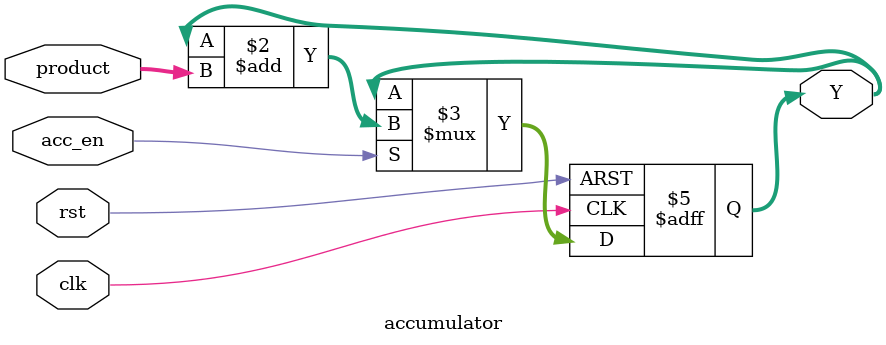
<source format=v>
module accumulator (
    input clk,
    input rst,
    input acc_en,
    input [7:0] product,
    output reg [7:0] Y
);

always @(posedge clk or posedge rst) begin
    if (rst)
        Y <= 8'd0;
    else if (acc_en)
        Y <= Y + product;
end

endmodule

</source>
